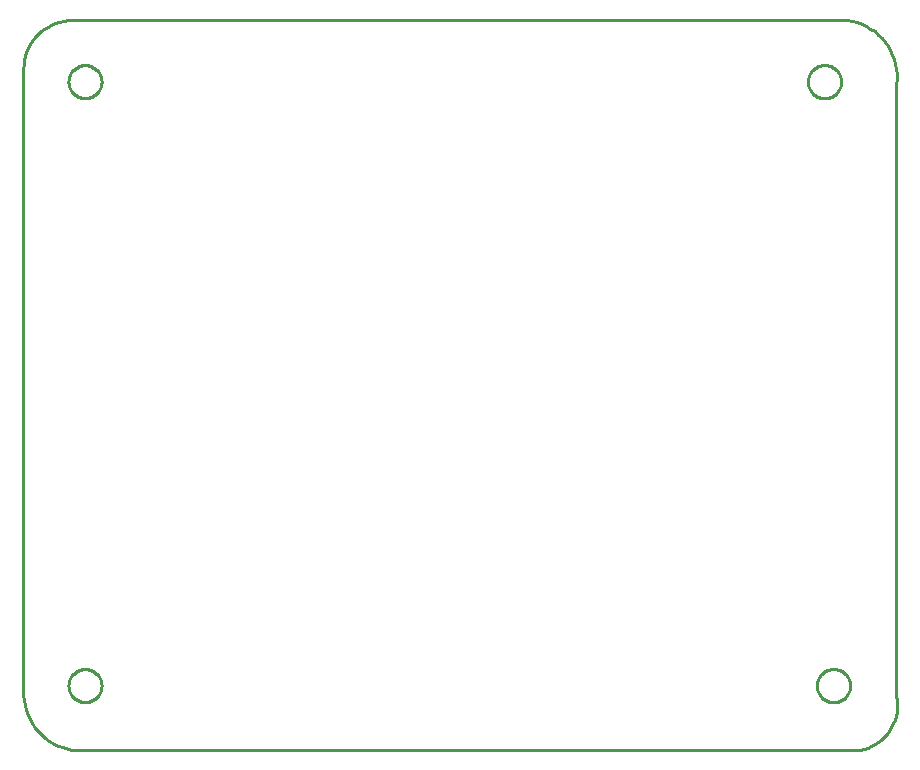
<source format=gbr>
G04 EAGLE Gerber RS-274X export*
G75*
%MOMM*%
%FSLAX34Y34*%
%LPD*%
%IN*%
%IPPOS*%
%AMOC8*
5,1,8,0,0,1.08239X$1,22.5*%
G01*
%ADD10C,0.254000*%


D10*
X0Y46932D02*
X-38Y42721D01*
X291Y38523D01*
X985Y34370D01*
X2038Y30293D01*
X3443Y26323D01*
X5188Y22491D01*
X7260Y18825D01*
X9645Y15354D01*
X12322Y12104D01*
X15273Y9100D01*
X18474Y6364D01*
X21901Y3918D01*
X25529Y1780D01*
X29329Y-34D01*
X33273Y-1510D01*
X37331Y-2637D01*
X41471Y-3405D01*
X45662Y-3810D01*
X708129Y-3810D01*
X711446Y-3000D01*
X714680Y-1904D01*
X717806Y-530D01*
X720800Y1111D01*
X723640Y3007D01*
X726304Y5143D01*
X728771Y7504D01*
X731024Y10070D01*
X733044Y12823D01*
X734816Y15741D01*
X736328Y18803D01*
X737567Y21985D01*
X738523Y25262D01*
X739191Y28611D01*
X739564Y32005D01*
X739640Y35419D01*
X739418Y38826D01*
X738900Y42201D01*
X738900Y560253D01*
X739272Y564435D01*
X739278Y568632D01*
X738918Y572815D01*
X738195Y576950D01*
X737115Y581006D01*
X735685Y584952D01*
X733916Y588759D01*
X731823Y592398D01*
X729420Y595840D01*
X726727Y599059D01*
X723763Y602032D01*
X720551Y604735D01*
X717116Y607148D01*
X713484Y609252D01*
X709682Y611031D01*
X705739Y612473D01*
X701686Y613565D01*
X697553Y614300D01*
X41026Y614300D01*
X37450Y614144D01*
X33902Y613677D01*
X30408Y612902D01*
X26994Y611826D01*
X23688Y610456D01*
X20513Y608804D01*
X17494Y606881D01*
X14655Y604702D01*
X12016Y602284D01*
X9598Y599645D01*
X7419Y596806D01*
X5496Y593787D01*
X3844Y590612D01*
X2474Y587306D01*
X1398Y583892D01*
X623Y580398D01*
X156Y576850D01*
X0Y573274D01*
X0Y46932D01*
X66070Y561602D02*
X65999Y560605D01*
X65856Y559615D01*
X65644Y558638D01*
X65362Y557678D01*
X65013Y556741D01*
X64597Y555831D01*
X64118Y554954D01*
X63577Y554112D01*
X62978Y553312D01*
X62323Y552556D01*
X61616Y551849D01*
X60860Y551194D01*
X60060Y550595D01*
X59218Y550054D01*
X58341Y549575D01*
X57431Y549159D01*
X56494Y548810D01*
X55535Y548528D01*
X54557Y548316D01*
X53568Y548173D01*
X52570Y548102D01*
X51570Y548102D01*
X50573Y548173D01*
X49583Y548316D01*
X48606Y548528D01*
X47646Y548810D01*
X46709Y549159D01*
X45799Y549575D01*
X44922Y550054D01*
X44080Y550595D01*
X43280Y551194D01*
X42524Y551849D01*
X41817Y552556D01*
X41162Y553312D01*
X40563Y554112D01*
X40022Y554954D01*
X39543Y555831D01*
X39127Y556741D01*
X38778Y557678D01*
X38496Y558638D01*
X38284Y559615D01*
X38141Y560605D01*
X38070Y561602D01*
X38070Y562602D01*
X38141Y563600D01*
X38284Y564589D01*
X38496Y565567D01*
X38778Y566526D01*
X39127Y567463D01*
X39543Y568373D01*
X40022Y569250D01*
X40563Y570092D01*
X41162Y570892D01*
X41817Y571648D01*
X42524Y572355D01*
X43280Y573010D01*
X44080Y573609D01*
X44922Y574150D01*
X45799Y574629D01*
X46709Y575045D01*
X47646Y575394D01*
X48606Y575676D01*
X49583Y575888D01*
X50573Y576031D01*
X51570Y576102D01*
X52570Y576102D01*
X53568Y576031D01*
X54557Y575888D01*
X55535Y575676D01*
X56494Y575394D01*
X57431Y575045D01*
X58341Y574629D01*
X59218Y574150D01*
X60060Y573609D01*
X60860Y573010D01*
X61616Y572355D01*
X62323Y571648D01*
X62978Y570892D01*
X63577Y570092D01*
X64118Y569250D01*
X64597Y568373D01*
X65013Y567463D01*
X65362Y566526D01*
X65644Y565567D01*
X65856Y564589D01*
X65999Y563600D01*
X66070Y562602D01*
X66070Y561602D01*
X699800Y50300D02*
X699729Y49303D01*
X699586Y48313D01*
X699374Y47336D01*
X699092Y46376D01*
X698743Y45439D01*
X698327Y44529D01*
X697848Y43652D01*
X697307Y42810D01*
X696708Y42010D01*
X696053Y41254D01*
X695346Y40547D01*
X694590Y39892D01*
X693790Y39293D01*
X692948Y38752D01*
X692071Y38273D01*
X691161Y37857D01*
X690224Y37508D01*
X689265Y37226D01*
X688287Y37014D01*
X687298Y36871D01*
X686300Y36800D01*
X685300Y36800D01*
X684303Y36871D01*
X683313Y37014D01*
X682336Y37226D01*
X681376Y37508D01*
X680439Y37857D01*
X679529Y38273D01*
X678652Y38752D01*
X677810Y39293D01*
X677010Y39892D01*
X676254Y40547D01*
X675547Y41254D01*
X674892Y42010D01*
X674293Y42810D01*
X673752Y43652D01*
X673273Y44529D01*
X672857Y45439D01*
X672508Y46376D01*
X672226Y47336D01*
X672014Y48313D01*
X671871Y49303D01*
X671800Y50300D01*
X671800Y51300D01*
X671871Y52298D01*
X672014Y53287D01*
X672226Y54265D01*
X672508Y55224D01*
X672857Y56161D01*
X673273Y57071D01*
X673752Y57948D01*
X674293Y58790D01*
X674892Y59590D01*
X675547Y60346D01*
X676254Y61053D01*
X677010Y61708D01*
X677810Y62307D01*
X678652Y62848D01*
X679529Y63327D01*
X680439Y63743D01*
X681376Y64092D01*
X682336Y64374D01*
X683313Y64586D01*
X684303Y64729D01*
X685300Y64800D01*
X686300Y64800D01*
X687298Y64729D01*
X688287Y64586D01*
X689265Y64374D01*
X690224Y64092D01*
X691161Y63743D01*
X692071Y63327D01*
X692948Y62848D01*
X693790Y62307D01*
X694590Y61708D01*
X695346Y61053D01*
X696053Y60346D01*
X696708Y59590D01*
X697307Y58790D01*
X697848Y57948D01*
X698327Y57071D01*
X698743Y56161D01*
X699092Y55224D01*
X699374Y54265D01*
X699586Y53287D01*
X699729Y52298D01*
X699800Y51300D01*
X699800Y50300D01*
X692180Y561602D02*
X692109Y560605D01*
X691966Y559615D01*
X691754Y558638D01*
X691472Y557678D01*
X691123Y556741D01*
X690707Y555831D01*
X690228Y554954D01*
X689687Y554112D01*
X689088Y553312D01*
X688433Y552556D01*
X687726Y551849D01*
X686970Y551194D01*
X686170Y550595D01*
X685328Y550054D01*
X684451Y549575D01*
X683541Y549159D01*
X682604Y548810D01*
X681645Y548528D01*
X680667Y548316D01*
X679678Y548173D01*
X678680Y548102D01*
X677680Y548102D01*
X676683Y548173D01*
X675693Y548316D01*
X674716Y548528D01*
X673756Y548810D01*
X672819Y549159D01*
X671909Y549575D01*
X671032Y550054D01*
X670190Y550595D01*
X669390Y551194D01*
X668634Y551849D01*
X667927Y552556D01*
X667272Y553312D01*
X666673Y554112D01*
X666132Y554954D01*
X665653Y555831D01*
X665237Y556741D01*
X664888Y557678D01*
X664606Y558638D01*
X664394Y559615D01*
X664251Y560605D01*
X664180Y561602D01*
X664180Y562602D01*
X664251Y563600D01*
X664394Y564589D01*
X664606Y565567D01*
X664888Y566526D01*
X665237Y567463D01*
X665653Y568373D01*
X666132Y569250D01*
X666673Y570092D01*
X667272Y570892D01*
X667927Y571648D01*
X668634Y572355D01*
X669390Y573010D01*
X670190Y573609D01*
X671032Y574150D01*
X671909Y574629D01*
X672819Y575045D01*
X673756Y575394D01*
X674716Y575676D01*
X675693Y575888D01*
X676683Y576031D01*
X677680Y576102D01*
X678680Y576102D01*
X679678Y576031D01*
X680667Y575888D01*
X681645Y575676D01*
X682604Y575394D01*
X683541Y575045D01*
X684451Y574629D01*
X685328Y574150D01*
X686170Y573609D01*
X686970Y573010D01*
X687726Y572355D01*
X688433Y571648D01*
X689088Y570892D01*
X689687Y570092D01*
X690228Y569250D01*
X690707Y568373D01*
X691123Y567463D01*
X691472Y566526D01*
X691754Y565567D01*
X691966Y564589D01*
X692109Y563600D01*
X692180Y562602D01*
X692180Y561602D01*
X66070Y50300D02*
X65999Y49303D01*
X65856Y48313D01*
X65644Y47336D01*
X65362Y46376D01*
X65013Y45439D01*
X64597Y44529D01*
X64118Y43652D01*
X63577Y42810D01*
X62978Y42010D01*
X62323Y41254D01*
X61616Y40547D01*
X60860Y39892D01*
X60060Y39293D01*
X59218Y38752D01*
X58341Y38273D01*
X57431Y37857D01*
X56494Y37508D01*
X55535Y37226D01*
X54557Y37014D01*
X53568Y36871D01*
X52570Y36800D01*
X51570Y36800D01*
X50573Y36871D01*
X49583Y37014D01*
X48606Y37226D01*
X47646Y37508D01*
X46709Y37857D01*
X45799Y38273D01*
X44922Y38752D01*
X44080Y39293D01*
X43280Y39892D01*
X42524Y40547D01*
X41817Y41254D01*
X41162Y42010D01*
X40563Y42810D01*
X40022Y43652D01*
X39543Y44529D01*
X39127Y45439D01*
X38778Y46376D01*
X38496Y47336D01*
X38284Y48313D01*
X38141Y49303D01*
X38070Y50300D01*
X38070Y51300D01*
X38141Y52298D01*
X38284Y53287D01*
X38496Y54265D01*
X38778Y55224D01*
X39127Y56161D01*
X39543Y57071D01*
X40022Y57948D01*
X40563Y58790D01*
X41162Y59590D01*
X41817Y60346D01*
X42524Y61053D01*
X43280Y61708D01*
X44080Y62307D01*
X44922Y62848D01*
X45799Y63327D01*
X46709Y63743D01*
X47646Y64092D01*
X48606Y64374D01*
X49583Y64586D01*
X50573Y64729D01*
X51570Y64800D01*
X52570Y64800D01*
X53568Y64729D01*
X54557Y64586D01*
X55535Y64374D01*
X56494Y64092D01*
X57431Y63743D01*
X58341Y63327D01*
X59218Y62848D01*
X60060Y62307D01*
X60860Y61708D01*
X61616Y61053D01*
X62323Y60346D01*
X62978Y59590D01*
X63577Y58790D01*
X64118Y57948D01*
X64597Y57071D01*
X65013Y56161D01*
X65362Y55224D01*
X65644Y54265D01*
X65856Y53287D01*
X65999Y52298D01*
X66070Y51300D01*
X66070Y50300D01*
M02*

</source>
